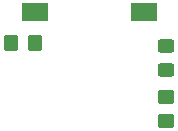
<source format=gbr>
G04 #@! TF.GenerationSoftware,KiCad,Pcbnew,(6.0.8)*
G04 #@! TF.CreationDate,2022-10-25T11:31:58-07:00*
G04 #@! TF.ProjectId,SAMD10_demo_in_progress,53414d44-3130-45f6-9465-6d6f5f696e5f,rev?*
G04 #@! TF.SameCoordinates,Original*
G04 #@! TF.FileFunction,Paste,Bot*
G04 #@! TF.FilePolarity,Positive*
%FSLAX46Y46*%
G04 Gerber Fmt 4.6, Leading zero omitted, Abs format (unit mm)*
G04 Created by KiCad (PCBNEW (6.0.8)) date 2022-10-25 11:31:58*
%MOMM*%
%LPD*%
G01*
G04 APERTURE LIST*
G04 Aperture macros list*
%AMRoundRect*
0 Rectangle with rounded corners*
0 $1 Rounding radius*
0 $2 $3 $4 $5 $6 $7 $8 $9 X,Y pos of 4 corners*
0 Add a 4 corners polygon primitive as box body*
4,1,4,$2,$3,$4,$5,$6,$7,$8,$9,$2,$3,0*
0 Add four circle primitives for the rounded corners*
1,1,$1+$1,$2,$3*
1,1,$1+$1,$4,$5*
1,1,$1+$1,$6,$7*
1,1,$1+$1,$8,$9*
0 Add four rect primitives between the rounded corners*
20,1,$1+$1,$2,$3,$4,$5,0*
20,1,$1+$1,$4,$5,$6,$7,0*
20,1,$1+$1,$6,$7,$8,$9,0*
20,1,$1+$1,$8,$9,$2,$3,0*%
G04 Aperture macros list end*
%ADD10R,2.180000X1.600000*%
%ADD11RoundRect,0.250000X-0.450000X0.350000X-0.450000X-0.350000X0.450000X-0.350000X0.450000X0.350000X0*%
%ADD12RoundRect,0.250000X-0.350000X-0.450000X0.350000X-0.450000X0.350000X0.450000X-0.350000X0.450000X0*%
%ADD13RoundRect,0.250000X0.450000X-0.325000X0.450000X0.325000X-0.450000X0.325000X-0.450000X-0.325000X0*%
G04 APERTURE END LIST*
D10*
X73300000Y-65500000D03*
X82500000Y-65500000D03*
D11*
X84400000Y-72700000D03*
X84400000Y-74700000D03*
D12*
X71300000Y-68100000D03*
X73300000Y-68100000D03*
D13*
X84400000Y-70425000D03*
X84400000Y-68375000D03*
M02*

</source>
